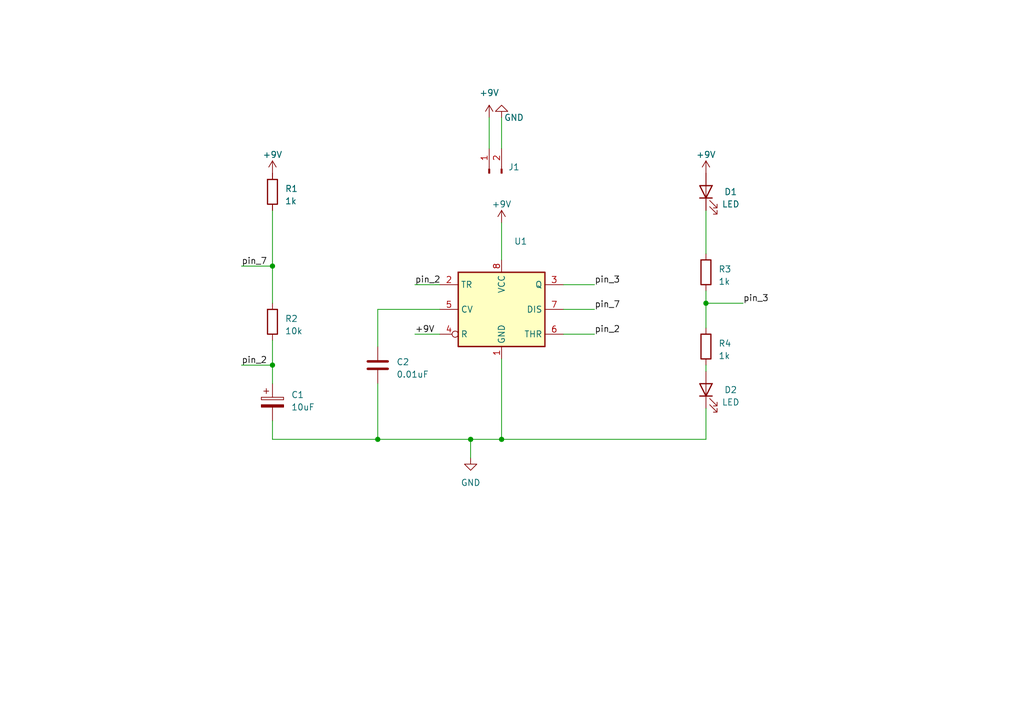
<source format=kicad_sch>
(kicad_sch (version 20230121) (generator eeschema)
  (paper "A5")
  (title_block (title "555 Timer Circuit") (date "2023-04-05") (rev "R0"))
  (lib_symbols
    (symbol "Connector:Conn_01x02_Pin" (pin_names (offset 1.016) hide)
      (property "Reference" "J" (at 0 2.54 0))
      (property "Value" "Conn_01x02_Pin" (at 0 -5.08 0))
      (symbol "Conn_01x02_Pin_1_1"
        (polyline (pts (xy 1.27 -2.54) (xy 0.8636 -2.54)) (stroke (width 0.1524)))
        (polyline (pts (xy 1.27 0) (xy 0.8636 0)) (stroke (width 0.1524)))
        (rectangle (start 0.8636 -2.413) (end 0 -2.667) (stroke (width 0.1524)) (fill (type outline)))
        (rectangle (start 0.8636 0.127) (end 0 -0.127) (stroke (width 0.1524)) (fill (type outline)))
        (pin passive line (at 5.08 0 180) (length 3.81) (name "Pin_1") (number "1"))
        (pin passive line (at 5.08 -2.54 180) (length 3.81) (name "Pin_2") (number "2"))
      )
    )
    (symbol "Device:C" (pin_numbers hide) (pin_names (offset 0.254))
      (property "Reference" "C" (at 0.635 2.54 0))
      (property "Value" "C" (at 0.635 -2.54 0))
      (symbol "C_0_1"
        (polyline (pts (xy -2.032 -0.762) (xy 2.032 -0.762)) (stroke (width 0.508)))
        (polyline (pts (xy -2.032 0.762) (xy 2.032 0.762)) (stroke (width 0.508)))
      )
      (symbol "C_1_1"
        (pin passive line (at 0 3.81 270) (length 2.794) (name "~") (number "1"))
        (pin passive line (at 0 -3.81 90) (length 2.794) (name "~") (number "2"))
      )
    )
    (symbol "Device:C_Polarized" (pin_numbers hide) (pin_names (offset 0.254))
      (property "Reference" "C" (at 0.635 2.54 0))
      (property "Value" "C_Polarized" (at 0.635 -2.54 0))
      (symbol "C_Polarized_0_1"
        (rectangle (start -2.286 0.508) (end 2.286 1.016))
        (polyline (pts (xy -1.778 2.286) (xy -0.762 2.286)))
        (polyline (pts (xy -1.27 2.794) (xy -1.27 1.778)))
        (rectangle (start 2.286 -0.508) (end -2.286 -1.016) (fill (type outline)))
      )
      (symbol "C_Polarized_1_1"
        (pin passive line (at 0 3.81 270) (length 2.794) (name "~") (number "1"))
        (pin passive line (at 0 -3.81 90) (length 2.794) (name "~") (number "2"))
      )
    )
    (symbol "Device:LED" (pin_numbers hide) (pin_names (offset 1.016) hide)
      (property "Reference" "D" (at 0 2.54 0))
      (property "Value" "LED" (at 0 -2.54 0))
      (symbol "LED_0_1"
        (polyline (pts (xy -1.27 -1.27) (xy -1.27 1.27)) (stroke (width 0.254)))
        (polyline (pts (xy -1.27 0) (xy 1.27 0)))
        (polyline (pts (xy 1.27 -1.27) (xy 1.27 1.27) (xy -1.27 0) (xy 1.27 -1.27)) (stroke (width 0.254)))
        (polyline (pts (xy -3.048 -0.762) (xy -4.572 -2.286) (xy -3.81 -2.286) (xy -4.572 -2.286) (xy -4.572 -1.524)))
        (polyline (pts (xy -1.778 -0.762) (xy -3.302 -2.286) (xy -2.54 -2.286) (xy -3.302 -2.286) (xy -3.302 -1.524)))
      )
      (symbol "LED_1_1"
        (pin passive line (at -3.81 0 0) (length 2.54) (name "K") (number "1"))
        (pin passive line (at 3.81 0 180) (length 2.54) (name "A") (number "2"))
      )
    )
    (symbol "Device:R" (pin_numbers hide) (pin_names (offset 0))
      (property "Reference" "R" (at 2.032 0 90))
      (property "Value" "R" (at 0 0 90))
      (symbol "R_0_1"
        (rectangle (start -1.016 -2.54) (end 1.016 2.54) (stroke (width 0.254)))
      )
      (symbol "R_1_1"
        (pin passive line (at 0 3.81 270) (length 1.27) (name "~") (number "1"))
        (pin passive line (at 0 -3.81 90) (length 1.27) (name "~") (number "2"))
      )
    )
    (symbol "Timer:NE555D"
      (property "Reference" "U" (at -10.16 8.89 0))
      (property "Value" "NE555D" (at 2.54 8.89 0))
      (symbol "NE555D_0_0"
        (pin power_in line (at 0 -10.16 90) (length 2.54) (name "GND") (number "1"))
        (pin power_in line (at 0 10.16 270) (length 2.54) (name "VCC") (number "8"))
      )
      (symbol "NE555D_0_1"
        (rectangle (start -8.89 -7.62) (end 8.89 7.62) (stroke (width 0.254)) (fill (type background)))
        (rectangle (start -8.89 -7.62) (end 8.89 7.62) (stroke (width 0.254)) (fill (type background)))
      )
      (symbol "NE555D_1_1"
        (pin input line (at -12.7 5.08 0) (length 3.81) (name "TR") (number "2"))
        (pin output line (at 12.7 5.08 180) (length 3.81) (name "Q") (number "3"))
        (pin input inverted (at -12.7 -5.08 0) (length 3.81) (name "R") (number "4"))
        (pin input line (at -12.7 0 0) (length 3.81) (name "CV") (number "5"))
        (pin input line (at 12.7 -5.08 180) (length 3.81) (name "THR") (number "6"))
        (pin input line (at 12.7 0 180) (length 3.81) (name "DIS") (number "7"))
      )
    )
    (symbol "power:+9V" (power) (pin_names (offset 0))
      (property "Value" "+9V" (at 0 3.556 0))
      (symbol "+9V_0_1"
        (polyline (pts (xy -0.762 1.27) (xy 0 2.54)))
        (polyline (pts (xy 0 0) (xy 0 2.54)))
        (polyline (pts (xy 0 2.54) (xy 0.762 1.27)))
      )
      (symbol "+9V_1_1"
        (pin power_in line (at 0 0 90) (length 0) hide (name "+9V") (number "1"))
      )
    )
    (symbol "power:GND" (power) (pin_names (offset 0))
      (property "Value" "GND" (at 0 -3.81 0))
      (symbol "GND_0_1"
        (polyline (pts (xy 0 0) (xy 0 -1.27) (xy 1.27 -1.27) (xy 0 -2.54) (xy -1.27 -1.27) (xy 0 -1.27)))
      )
      (symbol "GND_1_1"
        (pin power_in line (at 0 0 270) (length 0) hide (name "GND") (number "1"))
      )
    )
  )
  (junction (at 77.47 90.17))
  (junction (at 144.78 62.23))
  (junction (at 55.88 54.61))
  (junction (at 96.52 90.17))
  (junction (at 55.88 74.93))
  (junction (at 102.87 90.17))
  (wire (pts (xy 55.88 90.17) (xy 77.47 90.17)))
  (wire (pts (xy 102.87 73.66) (xy 102.87 90.17)))
  (wire (pts (xy 55.88 86.36) (xy 55.88 90.17)))
  (wire (pts (xy 102.87 24.13) (xy 102.87 30.48)))
  (wire (pts (xy 144.78 62.23) (xy 152.4 62.23)))
  (wire (pts (xy 115.57 63.5) (xy 121.92 63.5)))
  (wire (pts (xy 77.47 78.74) (xy 77.47 90.17)))
  (wire (pts (xy 90.17 63.5) (xy 77.47 63.5)))
  (wire (pts (xy 85.09 68.58) (xy 90.17 68.58)))
  (wire (pts (xy 55.88 69.85) (xy 55.88 74.93)))
  (wire (pts (xy 102.87 45.72) (xy 102.87 53.34)))
  (wire (pts (xy 144.78 90.17) (xy 144.78 83.82)))
  (wire (pts (xy 49.53 74.93) (xy 55.88 74.93)))
  (wire (pts (xy 115.57 68.58) (xy 121.92 68.58)))
  (wire (pts (xy 55.88 43.18) (xy 55.88 54.61)))
  (wire (pts (xy 77.47 63.5) (xy 77.47 71.12)))
  (wire (pts (xy 55.88 54.61) (xy 55.88 62.23)))
  (wire (pts (xy 115.57 58.42) (xy 121.92 58.42)))
  (wire (pts (xy 55.88 74.93) (xy 55.88 78.74)))
  (wire (pts (xy 77.47 90.17) (xy 96.52 90.17)))
  (wire (pts (xy 144.78 43.18) (xy 144.78 52.07)))
  (wire (pts (xy 85.09 58.42) (xy 90.17 58.42)))
  (wire (pts (xy 144.78 59.69) (xy 144.78 62.23)))
  (wire (pts (xy 102.87 90.17) (xy 144.78 90.17)))
  (wire (pts (xy 96.52 90.17) (xy 96.52 93.98)))
  (wire (pts (xy 144.78 76.2) (xy 144.78 74.93)))
  (wire (pts (xy 96.52 90.17) (xy 102.87 90.17)))
  (wire (pts (xy 100.33 24.13) (xy 100.33 30.48)))
  (wire (pts (xy 49.53 54.61) (xy 55.88 54.61)))
  (wire (pts (xy 144.78 62.23) (xy 144.78 67.31)))
  (label "pin_3" (at 121.92 58.42 0))
  (label "pin_7" (at 121.92 63.5 0))
  (label "pin_2" (at 85.09 58.42 0))
  (label "+9V" (at 85.09 68.58 0))
  (label "pin_2" (at 49.53 74.93 0))
  (label "pin_3" (at 152.4 62.23 0))
  (label "pin_7" (at 49.53 54.61 0))
  (label "pin_2" (at 121.92 68.58 0))
  (symbol (lib_id "Device:R") (at 55.88 39.37 0) (unit 1)
    (property "Reference" "R1" (at 58.42 38.735 0) (effects (justify left)))
    (property "Value" "1k" (at 58.42 41.275 0) (effects (justify left)))
    (property "Footprint" "Resistor_SMD:R_0805_2012Metric_Pad1.20x1.40mm_HandSolder" (effects hide))
  )
  (symbol (lib_id "power:GND") (at 96.52 93.98 0) (unit 1)
    (property "Reference" "#PWR04" (effects hide))
    (property "Value" "GND" (at 96.52 99.06 0))
  )
  (symbol (lib_id "power:+9V") (at 100.33 24.13 0) (unit 1)
    (property "Reference" "#PWR02" (effects hide))
    (property "Value" "+9V" (at 100.33 19.05 0))
  )
  (symbol (lib_id "Device:R") (at 55.88 66.04 0) (unit 1)
    (property "Reference" "R2" (at 58.42 65.405 0) (effects (justify left)))
    (property "Value" "10k" (at 58.42 67.945 0) (effects (justify left)))
    (property "Footprint" "Resistor_SMD:R_0805_2012Metric_Pad1.20x1.40mm_HandSolder" (effects hide))
  )
  (symbol (lib_id "Device:C") (at 77.47 74.93 0) (unit 1)
    (property "Reference" "C2" (at 81.28 74.295 0) (effects (justify left)))
    (property "Value" "0.01uF" (at 81.28 76.835 0) (effects (justify left)))
    (property "Footprint" "Capacitor_SMD:C_0805_2012Metric_Pad1.18x1.45mm_HandSolder" (effects hide))
  )
  (symbol (lib_id "Timer:NE555D") (at 102.87 63.5 0) (unit 1)
    (property "Reference" "U1" (at 105.41 49.53 0) (effects (justify left)))
    (property "Value" "NE555D" (effects hide))
    (property "Footprint" "Package_SO:SOIC-8_3.9x4.9mm_P1.27mm" (effects hide))
    (property "Datasheet" "http://www.ti.com/lit/ds/symlink/ne555.pdf" (effects hide))
  )
  (symbol (lib_id "Connector:Conn_01x02_Pin") (at 100.33 35.56 90) (unit 1)
    (property "Reference" "J1" (at 105.41 34.29 90))
    (property "Value" "Conn_01x02_Pin" (effects hide))
    (property "Footprint" "Connector_JST:JST_EH_S2B-EH_1x02_P2.50mm_Horizontal" (effects hide))
  )
  (symbol (lib_id "Device:LED") (at 144.78 39.37 90) (unit 1)
    (property "Reference" "D1" (at 149.86 39.37 90))
    (property "Value" "LED" (at 149.86 41.91 90))
    (property "Footprint" "LED_SMD:LED_1206_3216Metric_Pad1.42x1.75mm_HandSolder" (effects hide))
  )
  (symbol (lib_id "Device:R") (at 144.78 55.88 0) (unit 1)
    (property "Reference" "R3" (at 147.32 55.245 0) (effects (justify left)))
    (property "Value" "1k" (at 147.32 57.785 0) (effects (justify left)))
    (property "Footprint" "Resistor_SMD:R_0805_2012Metric_Pad1.20x1.40mm_HandSolder" (effects hide))
  )
  (symbol (lib_id "power:GND") (at 102.87 24.13 180) (unit 1)
    (property "Reference" "#PWR01" (effects hide))
    (property "Value" "GND" (at 105.41 24.13 0))
  )
  (symbol (lib_id "power:+9V") (at 102.87 45.72 0) (unit 1)
    (property "Reference" "#PWR03" (effects hide))
    (property "Value" "+9V" (at 102.87 41.91 0))
  )
  (symbol (lib_id "Device:LED") (at 144.78 80.01 90) (unit 1)
    (property "Reference" "D2" (at 149.86 80.01 90))
    (property "Value" "LED" (at 149.86 82.55 90))
    (property "Footprint" "LED_SMD:LED_1206_3216Metric_Pad1.42x1.75mm_HandSolder" (effects hide))
  )
  (symbol (lib_id "Device:R") (at 144.78 71.12 0) (unit 1)
    (property "Reference" "R4" (at 147.32 70.485 0) (effects (justify left)))
    (property "Value" "1k" (at 147.32 73.025 0) (effects (justify left)))
    (property "Footprint" "Resistor_SMD:R_0805_2012Metric_Pad1.20x1.40mm_HandSolder" (effects hide))
  )
  (symbol (lib_id "power:+9V") (at 144.78 35.56 0) (unit 1)
    (property "Reference" "#PWR06" (effects hide))
    (property "Value" "+9V" (at 144.78 31.75 0))
  )
  (symbol (lib_id "power:+9V") (at 55.88 35.56 0) (unit 1)
    (property "Reference" "#PWR05" (effects hide))
    (property "Value" "+9V" (at 55.88 31.75 0))
  )
  (symbol (lib_id "Device:C_Polarized") (at 55.88 82.55 0) (unit 1)
    (property "Reference" "C1" (at 59.69 81.026 0) (effects (justify left)))
    (property "Value" "10uF" (at 59.69 83.566 0) (effects (justify left)))
    (property "Footprint" "Capacitor_Tantalum_SMD:CP_EIA-3216-18_Kemet-A_Pad1.58x1.35mm_HandSolder" (effects hide))
  )
)
</source>
